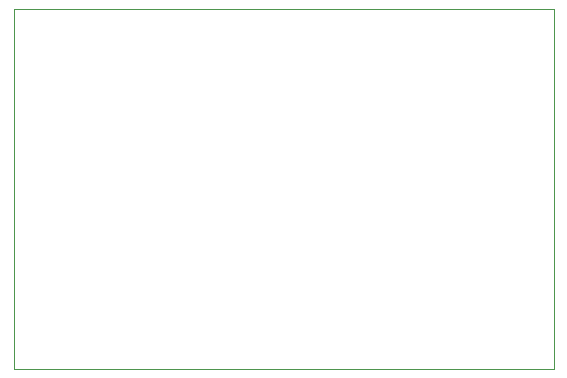
<source format=gko>
G75*
%MOIN*%
%OFA0B0*%
%FSLAX25Y25*%
%IPPOS*%
%LPD*%
%AMOC8*
5,1,8,0,0,1.08239X$1,22.5*
%
%ADD10C,0.00000*%
D10*
X0015760Y0029589D02*
X0015760Y0149589D01*
X0195760Y0149589D01*
X0195760Y0029589D01*
X0015760Y0029589D01*
M02*

</source>
